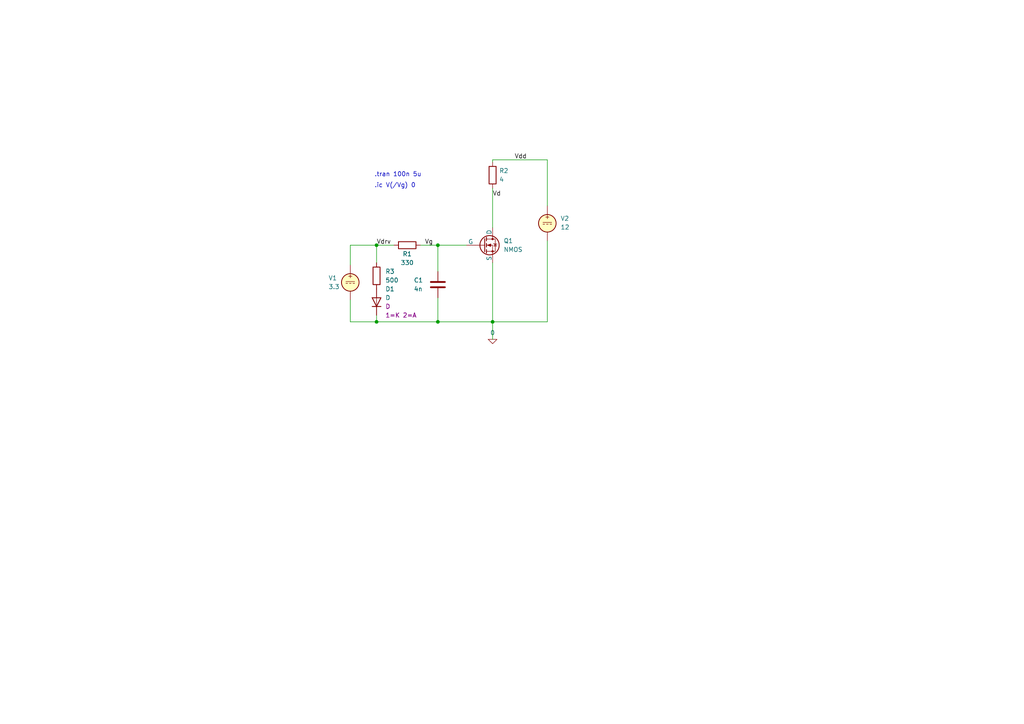
<source format=kicad_sch>
(kicad_sch (version 20230121) (generator eeschema)
  (paper "A4")
  (lib_symbols
    (symbol "Device:C" (pin_numbers hide) (pin_names (offset 0.254))
      (property "Reference" "C" (at 0.635 2.54 0))
      (property "Value" "C" (at 0.635 -2.54 0))
      (symbol "C_0_1"
        (polyline (pts (xy -2.032 -0.762) (xy 2.032 -0.762)) (stroke (width 0.508)))
        (polyline (pts (xy -2.032 0.762) (xy 2.032 0.762)) (stroke (width 0.508)))
      )
      (symbol "C_1_1"
        (pin passive line (at 0 3.81 270) (length 2.794) (name "~") (number "1"))
        (pin passive line (at 0 -3.81 90) (length 2.794) (name "~") (number "2"))
      )
    )
    (symbol "Device:R" (pin_numbers hide) (pin_names (offset 0))
      (property "Reference" "R" (at 2.032 0 90))
      (property "Value" "R" (at 0 0 90))
      (symbol "R_0_1"
        (rectangle (start -1.016 -2.54) (end 1.016 2.54) (stroke (width 0.254)))
      )
      (symbol "R_1_1"
        (pin passive line (at 0 3.81 270) (length 1.27) (name "~") (number "1"))
        (pin passive line (at 0 -3.81 90) (length 1.27) (name "~") (number "2"))
      )
    )
    (symbol "Simulation_SPICE:0" (power) (pin_names (offset 0))
      (property "Value" "0" (at 0 -1.778 0))
      (symbol "0_0_1"
        (polyline (pts (xy -1.27 0) (xy 0 -1.27) (xy 1.27 0) (xy -1.27 0)))
      )
      (symbol "0_1_1"
        (pin power_in line (at 0 0 0) (length 0) hide (name "0") (number "1"))
      )
    )
    (symbol "Simulation_SPICE:D" (pin_numbers hide) (pin_names (offset 1.016) hide)
      (property "Reference" "D" (at 0 2.54 0))
      (property "Value" "D" (at 0 -2.54 0))
      (property "Sim.Device" "D" (at 0 0 0))
      (property "Sim.Pins" "1=K 2=A" (at 0 0 0))
      (symbol "D_0_1"
        (polyline (pts (xy -1.27 1.27) (xy -1.27 -1.27)) (stroke (width 0.254)))
        (polyline (pts (xy 1.27 0) (xy -1.27 0)))
        (polyline (pts (xy 1.27 1.27) (xy 1.27 -1.27) (xy -1.27 0) (xy 1.27 1.27)) (stroke (width 0.254)))
      )
      (symbol "D_1_1"
        (pin passive line (at -3.81 0 0) (length 2.54) (name "K") (number "1"))
        (pin passive line (at 3.81 0 180) (length 2.54) (name "A") (number "2"))
      )
    )
    (symbol "Simulation_SPICE:NMOS" (pin_numbers hide) (pin_names (offset 0))
      (property "Reference" "Q" (at 5.08 1.27 0))
      (property "Value" "NMOS" (at 5.08 -1.27 0))
      (symbol "NMOS_0_1"
        (polyline (pts (xy 0.254 0) (xy -2.54 0)))
        (polyline (pts (xy 0.254 1.905) (xy 0.254 -1.905)) (stroke (width 0.254)))
        (polyline (pts (xy 0.762 -1.27) (xy 0.762 -2.286)) (stroke (width 0.254)))
        (polyline (pts (xy 0.762 0.508) (xy 0.762 -0.508)) (stroke (width 0.254)))
        (polyline (pts (xy 0.762 2.286) (xy 0.762 1.27)) (stroke (width 0.254)))
        (polyline (pts (xy 2.54 2.54) (xy 2.54 1.778)))
        (polyline (pts (xy 2.54 -2.54) (xy 2.54 0) (xy 0.762 0)))
        (polyline (pts (xy 0.762 -1.778) (xy 3.302 -1.778) (xy 3.302 1.778) (xy 0.762 1.778)))
        (polyline (pts (xy 1.016 0) (xy 2.032 0.381) (xy 2.032 -0.381) (xy 1.016 0)) (fill (type outline)))
        (polyline (pts (xy 2.794 0.508) (xy 2.921 0.381) (xy 3.683 0.381) (xy 3.81 0.254)))
        (polyline (pts (xy 3.302 0.381) (xy 2.921 -0.254) (xy 3.683 -0.254) (xy 3.302 0.381)))
        (circle (center 1.651 0) (radius 2.794) (stroke (width 0.254)))
        (circle (center 2.54 -1.778) (radius 0.254) (fill (type outline)))
        (circle (center 2.54 1.778) (radius 0.254) (fill (type outline)))
      )
      (symbol "NMOS_1_1"
        (pin passive line (at 2.54 5.08 270) (length 2.54) (name "D") (number "1"))
        (pin input line (at -5.08 0 0) (length 2.54) (name "G") (number "2"))
        (pin passive line (at 2.54 -5.08 90) (length 2.54) (name "S") (number "3"))
      )
    )
    (symbol "Simulation_SPICE:VDC" (pin_numbers hide) (pin_names (offset 0.0254))
      (property "Reference" "V" (at 2.54 2.54 0))
      (property "Value" "1" (at 2.54 0 0))
      (symbol "VDC_0_0"
        (polyline (pts (xy -1.27 0.254) (xy 1.27 0.254)))
        (polyline (pts (xy -0.762 -0.254) (xy -1.27 -0.254)))
        (polyline (pts (xy 0.254 -0.254) (xy -0.254 -0.254)))
        (polyline (pts (xy 1.27 -0.254) (xy 0.762 -0.254)))
        (text "+" (at 0 1.905 0) (effects (font (size 1.27 1.27))))
      )
      (symbol "VDC_0_1"
        (circle (center 0 0) (radius 2.54) (stroke (width 0.254)) (fill (type background)))
      )
      (symbol "VDC_1_1"
        (pin passive line (at 0 5.08 270) (length 2.54) (name "~") (number "1"))
        (pin passive line (at 0 -5.08 90) (length 2.54) (name "~") (number "2"))
      )
    )
  )
  (junction (at 109.22 93.345))
  (junction (at 109.22 71.12))
  (junction (at 142.875 93.345))
  (junction (at 127 71.12))
  (junction (at 127 93.345))
  (wire (pts (xy 127 71.12) (xy 127 78.74)))
  (wire (pts (xy 142.875 54.61) (xy 142.875 66.04)))
  (wire (pts (xy 121.92 71.12) (xy 127 71.12)))
  (wire (pts (xy 109.22 93.345) (xy 127 93.345)))
  (wire (pts (xy 142.875 76.2) (xy 142.875 93.345)))
  (wire (pts (xy 142.875 93.345) (xy 158.75 93.345)))
  (wire (pts (xy 101.6 76.835) (xy 101.6 71.12)))
  (wire (pts (xy 101.6 93.345) (xy 109.22 93.345)))
  (wire (pts (xy 101.6 71.12) (xy 109.22 71.12)))
  (wire (pts (xy 142.875 46.355) (xy 158.75 46.355)))
  (wire (pts (xy 101.6 93.345) (xy 101.6 86.995)))
  (wire (pts (xy 127 93.345) (xy 142.875 93.345)))
  (wire (pts (xy 109.22 91.44) (xy 109.22 93.345)))
  (wire (pts (xy 109.22 71.12) (xy 114.3 71.12)))
  (wire (pts (xy 158.75 69.85) (xy 158.75 93.345)))
  (wire (pts (xy 142.875 93.345) (xy 142.875 98.425)))
  (wire (pts (xy 127 71.12) (xy 135.255 71.12)))
  (wire (pts (xy 109.22 71.12) (xy 109.22 76.2)))
  (wire (pts (xy 127 86.36) (xy 127 93.345)))
  (wire (pts (xy 142.875 46.355) (xy 142.875 46.99)))
  (wire (pts (xy 158.75 46.355) (xy 158.75 59.69)))
  (text ".tran 100n 5u" (at 108.585 51.435 0) (effects (font (size 1.27 1.27)) (justify left bottom)))
  (text ".ic V(/Vg) 0" (at 108.585 54.61 0) (effects (font (size 1.27 1.27)) (justify left bottom)))
  (label "Vg" (at 123.19 71.12 0))
  (label "Vd" (at 142.875 57.15 0))
  (label "Vdrv" (at 109.22 71.12 0))
  (label "Vdd" (at 149.225 46.355 0))
  (symbol (lib_id "Simulation_SPICE:NMOS") (at 140.335 71.12 0) (unit 1)
    (property "Reference" "Q1" (at 146.05 69.85 0) (effects (justify left)))
    (property "Value" "NMOS" (at 146.05 72.39 0) (effects (justify left)))
    (property "Datasheet" "https://ngspice.sourceforge.io/docs/ngspice-manual.pdf" (effects hide))
    (property "Sim.Device" "NMOS" (effects hide))
    (property "Sim.Type" "VDMOS" (effects hide))
    (property "Sim.Pins" "1=D 2=G 3=S" (effects hide))
    (property "Sim.Params" "vto=0.66 kp=0.5" (effects hide))
  )
  (symbol (lib_id "Device:R") (at 109.22 80.01 0) (unit 1)
    (property "Reference" "R3" (at 111.76 78.74 0) (effects (justify left)))
    (property "Value" "500" (at 111.76 81.28 0) (effects (justify left)))
  )
  (symbol (lib_id "Device:C") (at 127 82.55 180) (unit 1)
    (property "Reference" "C1" (at 120.015 81.28 0) (effects (justify right)))
    (property "Value" "4n" (at 120.015 83.82 0) (effects (justify right)))
  )
  (symbol (lib_id "Simulation_SPICE:VDC") (at 101.6 81.915 0) (unit 1)
    (property "Reference" "V1" (at 95.25 80.645 0) (effects (justify left)))
    (property "Value" "3.3" (at 95.25 83.185 0) (effects (justify left)))
    (property "Sim.Pins" "1=+ 2=-" (effects hide))
    (property "Sim.Type" "DC" (effects hide))
    (property "Sim.Device" "V" (effects hide))
  )
  (symbol (lib_id "Simulation_SPICE:D") (at 109.22 87.63 90) (unit 1)
    (property "Reference" "D1" (at 111.76 83.82 90) (effects (justify right)))
    (property "Value" "D" (at 111.76 86.36 90) (effects (justify right)))
    (property "Sim.Device" "D" (at 111.76 88.9 90) (effects (justify right)))
    (property "Sim.Pins" "1=K 2=A" (at 111.76 91.44 90) (effects (justify right)))
  )
  (symbol (lib_id "Device:R") (at 142.875 50.8 0) (unit 1)
    (property "Reference" "R2" (at 144.78 49.53 0) (effects (justify left)))
    (property "Value" "4" (at 144.78 52.07 0) (effects (justify left)))
  )
  (symbol (lib_id "Device:R") (at 118.11 71.12 90) (unit 1)
    (property "Reference" "R1" (at 118.11 73.66 90))
    (property "Value" "330" (at 118.11 76.2 90))
  )
  (symbol (lib_id "Simulation_SPICE:0") (at 142.875 98.425 0) (unit 1)
    (property "Reference" "#GND01" (effects hide))
    (property "Value" "0" (at 142.875 96.52 0))
  )
  (symbol (lib_id "Simulation_SPICE:VDC") (at 158.75 64.77 0) (unit 1)
    (property "Reference" "V2" (at 162.56 63.3702 0) (effects (justify left)))
    (property "Value" "12" (at 162.56 65.9102 0) (effects (justify left)))
    (property "Sim.Pins" "1=+ 2=-" (effects hide))
    (property "Sim.Type" "DC" (effects hide))
  )
)
</source>
